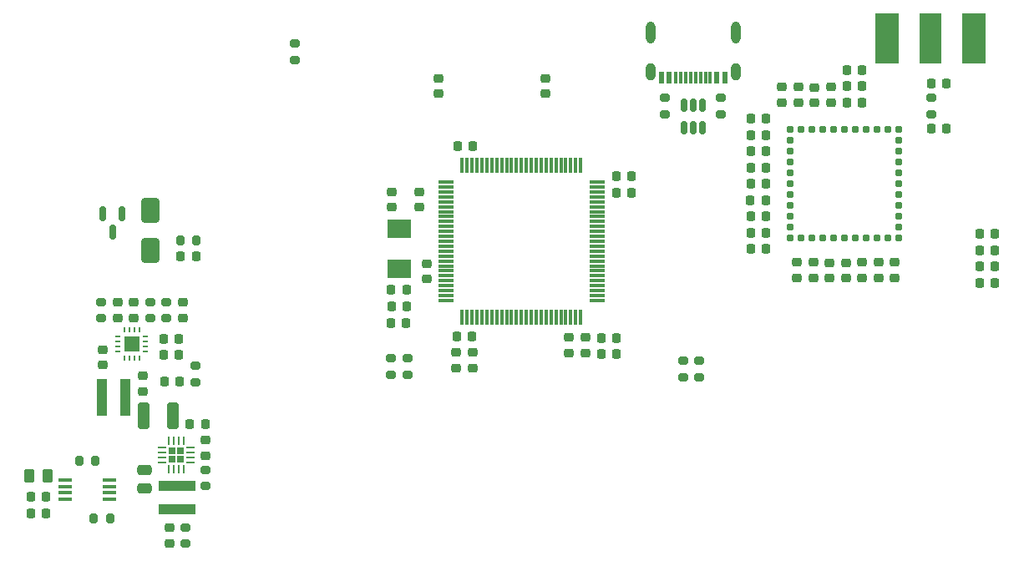
<source format=gbr>
%TF.GenerationSoftware,KiCad,Pcbnew,8.0.7*%
%TF.CreationDate,2025-03-26T21:54:53-04:00*%
%TF.ProjectId,RC-Car-Controller,52432d43-6172-42d4-936f-6e74726f6c6c,rev?*%
%TF.SameCoordinates,Original*%
%TF.FileFunction,Paste,Top*%
%TF.FilePolarity,Positive*%
%FSLAX46Y46*%
G04 Gerber Fmt 4.6, Leading zero omitted, Abs format (unit mm)*
G04 Created by KiCad (PCBNEW 8.0.7) date 2025-03-26 21:54:53*
%MOMM*%
%LPD*%
G01*
G04 APERTURE LIST*
G04 Aperture macros list*
%AMRoundRect*
0 Rectangle with rounded corners*
0 $1 Rounding radius*
0 $2 $3 $4 $5 $6 $7 $8 $9 X,Y pos of 4 corners*
0 Add a 4 corners polygon primitive as box body*
4,1,4,$2,$3,$4,$5,$6,$7,$8,$9,$2,$3,0*
0 Add four circle primitives for the rounded corners*
1,1,$1+$1,$2,$3*
1,1,$1+$1,$4,$5*
1,1,$1+$1,$6,$7*
1,1,$1+$1,$8,$9*
0 Add four rect primitives between the rounded corners*
20,1,$1+$1,$2,$3,$4,$5,0*
20,1,$1+$1,$4,$5,$6,$7,0*
20,1,$1+$1,$6,$7,$8,$9,0*
20,1,$1+$1,$8,$9,$2,$3,0*%
G04 Aperture macros list end*
%ADD10C,0.000000*%
%ADD11RoundRect,0.225000X0.225000X0.250000X-0.225000X0.250000X-0.225000X-0.250000X0.225000X-0.250000X0*%
%ADD12RoundRect,0.200000X0.275000X-0.200000X0.275000X0.200000X-0.275000X0.200000X-0.275000X-0.200000X0*%
%ADD13RoundRect,0.200000X-0.275000X0.200000X-0.275000X-0.200000X0.275000X-0.200000X0.275000X0.200000X0*%
%ADD14R,1.384300X0.457200*%
%ADD15RoundRect,0.225000X0.250000X-0.225000X0.250000X0.225000X-0.250000X0.225000X-0.250000X-0.225000X0*%
%ADD16RoundRect,0.225000X-0.225000X-0.250000X0.225000X-0.250000X0.225000X0.250000X-0.225000X0.250000X0*%
%ADD17RoundRect,0.218750X-0.256250X0.218750X-0.256250X-0.218750X0.256250X-0.218750X0.256250X0.218750X0*%
%ADD18RoundRect,0.075000X-0.725000X-0.075000X0.725000X-0.075000X0.725000X0.075000X-0.725000X0.075000X0*%
%ADD19RoundRect,0.075000X-0.075000X-0.725000X0.075000X-0.725000X0.075000X0.725000X-0.075000X0.725000X0*%
%ADD20R,0.599999X0.240000*%
%ADD21R,0.240000X0.599999*%
%ADD22RoundRect,0.250000X-0.475000X0.250000X-0.475000X-0.250000X0.475000X-0.250000X0.475000X0.250000X0*%
%ADD23RoundRect,0.200000X-0.200000X-0.275000X0.200000X-0.275000X0.200000X0.275000X-0.200000X0.275000X0*%
%ADD24RoundRect,0.225000X-0.250000X0.225000X-0.250000X-0.225000X0.250000X-0.225000X0.250000X0.225000X0*%
%ADD25RoundRect,0.150000X-0.150000X0.512500X-0.150000X-0.512500X0.150000X-0.512500X0.150000X0.512500X0*%
%ADD26RoundRect,0.150000X-0.150000X0.587500X-0.150000X-0.587500X0.150000X-0.587500X0.150000X0.587500X0*%
%ADD27RoundRect,0.182500X0.182500X-0.182500X0.182500X0.182500X-0.182500X0.182500X-0.182500X-0.182500X0*%
%ADD28RoundRect,0.062500X0.062500X-0.350000X0.062500X0.350000X-0.062500X0.350000X-0.062500X-0.350000X0*%
%ADD29RoundRect,0.062500X0.350000X-0.062500X0.350000X0.062500X-0.350000X0.062500X-0.350000X-0.062500X0*%
%ADD30RoundRect,0.175000X-0.175000X0.175000X-0.175000X-0.175000X0.175000X-0.175000X0.175000X0.175000X0*%
%ADD31RoundRect,0.175000X0.175000X0.175000X-0.175000X0.175000X-0.175000X-0.175000X0.175000X-0.175000X0*%
%ADD32RoundRect,0.175000X-0.175000X-0.175000X0.175000X-0.175000X0.175000X0.175000X-0.175000X0.175000X0*%
%ADD33RoundRect,0.175000X0.175000X-0.175000X0.175000X0.175000X-0.175000X0.175000X-0.175000X-0.175000X0*%
%ADD34R,2.290000X5.080000*%
%ADD35R,2.420000X5.080000*%
%ADD36R,0.980000X3.700000*%
%ADD37RoundRect,0.218750X0.218750X0.256250X-0.218750X0.256250X-0.218750X-0.256250X0.218750X-0.256250X0*%
%ADD38R,3.700000X0.980000*%
%ADD39RoundRect,0.250000X0.262500X0.450000X-0.262500X0.450000X-0.262500X-0.450000X0.262500X-0.450000X0*%
%ADD40R,2.400000X1.900000*%
%ADD41RoundRect,0.250000X-0.325000X-1.100000X0.325000X-1.100000X0.325000X1.100000X-0.325000X1.100000X0*%
%ADD42RoundRect,0.200000X0.200000X0.275000X-0.200000X0.275000X-0.200000X-0.275000X0.200000X-0.275000X0*%
%ADD43RoundRect,0.250000X0.650000X-1.000000X0.650000X1.000000X-0.650000X1.000000X-0.650000X-1.000000X0*%
%ADD44O,0.990600X2.209800*%
%ADD45O,0.990600X1.803400*%
%ADD46R,0.609600X1.143000*%
%ADD47R,0.304800X1.143000*%
G04 APERTURE END LIST*
D10*
%TO.C,U2*%
G36*
X111354573Y-75679894D02*
G01*
X111363298Y-75682541D01*
X111371337Y-75686836D01*
X111378383Y-75692619D01*
X111384167Y-75699665D01*
X111388462Y-75707704D01*
X111391109Y-75716429D01*
X111392003Y-75725500D01*
X111392003Y-77182499D01*
X111391109Y-77191570D01*
X111388462Y-77200295D01*
X111384167Y-77208334D01*
X111378383Y-77215380D01*
X111371337Y-77221163D01*
X111363298Y-77225458D01*
X111354573Y-77228105D01*
X111345503Y-77228999D01*
X109888503Y-77228999D01*
X109879433Y-77228105D01*
X109870708Y-77225458D01*
X109862669Y-77221163D01*
X109855623Y-77215380D01*
X109849839Y-77208334D01*
X109845544Y-77200295D01*
X109842897Y-77191570D01*
X109842003Y-77182499D01*
X109842003Y-75725500D01*
X109842897Y-75716429D01*
X109845544Y-75707704D01*
X109849839Y-75699665D01*
X109855623Y-75692619D01*
X109862669Y-75686836D01*
X109870708Y-75682541D01*
X109879433Y-75679894D01*
X109888503Y-75679000D01*
X111345503Y-75679000D01*
X111354573Y-75679894D01*
G37*
%TD*%
D11*
%TO.C,C22*%
X145107226Y-75691602D03*
X143557226Y-75691602D03*
%TD*%
D12*
%TO.C,R19*%
X136906000Y-79565000D03*
X136906000Y-77915000D03*
%TD*%
D13*
%TO.C,R9*%
X107524002Y-72200000D03*
X107524002Y-73850000D03*
%TD*%
D14*
%TO.C,U4*%
X108350550Y-92192499D03*
X108350550Y-91542501D03*
X108350550Y-90892499D03*
X108350550Y-90242501D03*
X103867450Y-90242501D03*
X103867450Y-90892499D03*
X103867450Y-91542501D03*
X103867450Y-92192499D03*
%TD*%
D15*
%TO.C,R10*%
X109175002Y-73800000D03*
X109175002Y-72250000D03*
%TD*%
D16*
%TO.C,C18*%
X143624000Y-56388000D03*
X145174000Y-56388000D03*
%TD*%
D17*
%TO.C,D4*%
X115779002Y-72237500D03*
X115779002Y-73812500D03*
%TD*%
D11*
%TO.C,R35*%
X198133000Y-70231000D03*
X196583000Y-70231000D03*
%TD*%
D16*
%TO.C,R16*%
X136893000Y-74295000D03*
X138443000Y-74295000D03*
%TD*%
D11*
%TO.C,R37*%
X198133000Y-66929000D03*
X196583000Y-66929000D03*
%TD*%
D18*
%TO.C,U5*%
X142439000Y-60040000D03*
X142439000Y-60540000D03*
X142439000Y-61040000D03*
X142439000Y-61540000D03*
X142439000Y-62040000D03*
X142439000Y-62540000D03*
X142439000Y-63040000D03*
X142439000Y-63540000D03*
X142439000Y-64040000D03*
X142439000Y-64540000D03*
X142439000Y-65040000D03*
X142439000Y-65540000D03*
X142439000Y-66040000D03*
X142439000Y-66540000D03*
X142439000Y-67040000D03*
X142439000Y-67540000D03*
X142439000Y-68040000D03*
X142439000Y-68540000D03*
X142439000Y-69040000D03*
X142439000Y-69540000D03*
X142439000Y-70040000D03*
X142439000Y-70540000D03*
X142439000Y-71040000D03*
X142439000Y-71540000D03*
X142439000Y-72040000D03*
D19*
X144114000Y-73715000D03*
X144614000Y-73715000D03*
X145114000Y-73715000D03*
X145614000Y-73715000D03*
X146114000Y-73715000D03*
X146614000Y-73715000D03*
X147114000Y-73715000D03*
X147614000Y-73715000D03*
X148114000Y-73715000D03*
X148614000Y-73715000D03*
X149114000Y-73715000D03*
X149614000Y-73715000D03*
X150114000Y-73715000D03*
X150614000Y-73715000D03*
X151114000Y-73715000D03*
X151614000Y-73715000D03*
X152114000Y-73715000D03*
X152614000Y-73715000D03*
X153114000Y-73715000D03*
X153614000Y-73715000D03*
X154114000Y-73715000D03*
X154614000Y-73715000D03*
X155114000Y-73715000D03*
X155614000Y-73715000D03*
X156114000Y-73715000D03*
D18*
X157789000Y-72040000D03*
X157789000Y-71540000D03*
X157789000Y-71040000D03*
X157789000Y-70540000D03*
X157789000Y-70040000D03*
X157789000Y-69540000D03*
X157789000Y-69040000D03*
X157789000Y-68540000D03*
X157789000Y-68040000D03*
X157789000Y-67540000D03*
X157789000Y-67040000D03*
X157789000Y-66540000D03*
X157789000Y-66040000D03*
X157789000Y-65540000D03*
X157789000Y-65040000D03*
X157789000Y-64540000D03*
X157789000Y-64040000D03*
X157789000Y-63540000D03*
X157789000Y-63040000D03*
X157789000Y-62540000D03*
X157789000Y-62040000D03*
X157789000Y-61540000D03*
X157789000Y-61040000D03*
X157789000Y-60540000D03*
X157789000Y-60040000D03*
D19*
X156114000Y-58365000D03*
X155614000Y-58365000D03*
X155114000Y-58365000D03*
X154614000Y-58365000D03*
X154114000Y-58365000D03*
X153614000Y-58365000D03*
X153114000Y-58365000D03*
X152614000Y-58365000D03*
X152114000Y-58365000D03*
X151614000Y-58365000D03*
X151114000Y-58365000D03*
X150614000Y-58365000D03*
X150114000Y-58365000D03*
X149614000Y-58365000D03*
X149114000Y-58365000D03*
X148614000Y-58365000D03*
X148114000Y-58365000D03*
X147614000Y-58365000D03*
X147114000Y-58365000D03*
X146614000Y-58365000D03*
X146114000Y-58365000D03*
X145614000Y-58365000D03*
X145114000Y-58365000D03*
X144614000Y-58365000D03*
X144114000Y-58365000D03*
%TD*%
D12*
%TO.C,R6*%
X117094000Y-80327000D03*
X117094000Y-78677000D03*
%TD*%
D16*
%TO.C,C10*%
X100381000Y-93630500D03*
X101931000Y-93630500D03*
%TD*%
D15*
%TO.C,R30*%
X176530000Y-51943000D03*
X176530000Y-50393000D03*
%TD*%
D16*
%TO.C,C16*%
X159753000Y-61087000D03*
X161303000Y-61087000D03*
%TD*%
D15*
%TO.C,C6*%
X118110000Y-87757000D03*
X118110000Y-86207000D03*
%TD*%
D20*
%TO.C,U2*%
X112017003Y-77204001D03*
X112017003Y-76704002D03*
X112017003Y-76204000D03*
X112017003Y-75704001D03*
D21*
X111367001Y-75054000D03*
X110867003Y-75054000D03*
X110367001Y-75054000D03*
X109867002Y-75054000D03*
D20*
X109217003Y-75704001D03*
X109217003Y-76204000D03*
X109217003Y-76704002D03*
X109217003Y-77204001D03*
D21*
X109867002Y-77853999D03*
X110367001Y-77853999D03*
X110867003Y-77853999D03*
X111367001Y-77853999D03*
%TD*%
D22*
%TO.C,C8*%
X111887000Y-89220000D03*
X111887000Y-91120000D03*
%TD*%
D12*
%TO.C,R4*%
X170307000Y-53149000D03*
X170307000Y-51499000D03*
%TD*%
D23*
%TO.C,R14*%
X105284000Y-88296500D03*
X106934000Y-88296500D03*
%TD*%
D11*
%TO.C,R39*%
X198133000Y-68580000D03*
X196583000Y-68580000D03*
%TD*%
D24*
%TO.C,R43*%
X181356000Y-68199000D03*
X181356000Y-69749000D03*
%TD*%
%TO.C,R28*%
X186309000Y-68186000D03*
X186309000Y-69736000D03*
%TD*%
D13*
%TO.C,R11*%
X118110000Y-89218000D03*
X118110000Y-90868000D03*
%TD*%
D25*
%TO.C,U1*%
X168463000Y-52257500D03*
X167513000Y-52257500D03*
X166563000Y-52257500D03*
X166563000Y-54532500D03*
X167513000Y-54532500D03*
X168463000Y-54532500D03*
%TD*%
D11*
%TO.C,R27*%
X174905000Y-60198000D03*
X173355000Y-60198000D03*
%TD*%
%TO.C,R32*%
X174905000Y-58547000D03*
X173355000Y-58547000D03*
%TD*%
D13*
%TO.C,R2*%
X116078000Y-95060000D03*
X116078000Y-96710000D03*
%TD*%
D26*
%TO.C,Q1*%
X109601000Y-63246000D03*
X107701000Y-63246000D03*
X108651000Y-65121000D03*
%TD*%
D27*
%TO.C,U3*%
X114703500Y-88126800D03*
X115543500Y-88126800D03*
X114703500Y-87286800D03*
X115543500Y-87286800D03*
D28*
X114373500Y-89169300D03*
X114873500Y-89169300D03*
X115373500Y-89169300D03*
X115873500Y-89169300D03*
D29*
X116586000Y-88456800D03*
X116586000Y-87956800D03*
X116586000Y-87456800D03*
X116586000Y-86956800D03*
D28*
X115873500Y-86244300D03*
X115373500Y-86244300D03*
X114873500Y-86244300D03*
X114373500Y-86244300D03*
D29*
X113661000Y-86956800D03*
X113661000Y-87456800D03*
X113661000Y-87956800D03*
X113661000Y-88456800D03*
%TD*%
D11*
%TO.C,C31*%
X159766000Y-77470000D03*
X158216000Y-77470000D03*
%TD*%
D24*
%TO.C,C15*%
X154940000Y-75806000D03*
X154940000Y-77356000D03*
%TD*%
D15*
%TO.C,R29*%
X181483000Y-51956000D03*
X181483000Y-50406000D03*
%TD*%
D30*
%TO.C,U6*%
X188341000Y-54698000D03*
D31*
X187241000Y-54698000D03*
X186141000Y-54698000D03*
X185041000Y-54698000D03*
X183941000Y-54698000D03*
X182841000Y-54698000D03*
X181741000Y-54698000D03*
D30*
X180641000Y-54698000D03*
X179541000Y-54698000D03*
X178441000Y-54698000D03*
X177341000Y-54698000D03*
X177341000Y-55798000D03*
X177341000Y-56898000D03*
X177341000Y-57998000D03*
X177341000Y-59098000D03*
X177341000Y-60198000D03*
X177341000Y-61298000D03*
D32*
X177341000Y-62398000D03*
X177341000Y-63498000D03*
X177341000Y-64598000D03*
X177341000Y-65698000D03*
X178441000Y-65698000D03*
X179541000Y-65698000D03*
X180641000Y-65698000D03*
X181741000Y-65698000D03*
X182841000Y-65698000D03*
X183941000Y-65698000D03*
D33*
X185041000Y-65698000D03*
X186141000Y-65698000D03*
X187241000Y-65698000D03*
X188341000Y-65698000D03*
X188341000Y-64598000D03*
X188341000Y-63498000D03*
X188341000Y-62398000D03*
X188341000Y-61298000D03*
X188341000Y-60198000D03*
X188341000Y-59098000D03*
D31*
X188341000Y-57998000D03*
X188341000Y-56898000D03*
X188341000Y-55798000D03*
%TD*%
D11*
%TO.C,R26*%
X174905000Y-56896000D03*
X173355000Y-56896000D03*
%TD*%
D12*
%TO.C,R5*%
X164655000Y-53149000D03*
X164655000Y-51499000D03*
%TD*%
D15*
%TO.C,C20*%
X139755000Y-62608000D03*
X139755000Y-61058000D03*
%TD*%
D11*
%TO.C,R36*%
X198133000Y-65278000D03*
X196583000Y-65278000D03*
%TD*%
D24*
%TO.C,R17*%
X141732000Y-49517000D03*
X141732000Y-51067000D03*
%TD*%
D11*
%TO.C,R40*%
X174892000Y-66802000D03*
X173342000Y-66802000D03*
%TD*%
D16*
%TO.C,C17*%
X159753000Y-59436000D03*
X161303000Y-59436000D03*
%TD*%
D11*
%TO.C,C11*%
X101931000Y-91979500D03*
X100381000Y-91979500D03*
%TD*%
D24*
%TO.C,C19*%
X156591000Y-75806000D03*
X156591000Y-77356000D03*
%TD*%
D23*
%TO.C,R13*%
X106744000Y-94107000D03*
X108394000Y-94107000D03*
%TD*%
D11*
%TO.C,C14*%
X138464000Y-70974000D03*
X136914000Y-70974000D03*
%TD*%
%TO.C,C2*%
X115456000Y-80264000D03*
X113906000Y-80264000D03*
%TD*%
%TO.C,R25*%
X174905000Y-53594000D03*
X173355000Y-53594000D03*
%TD*%
D24*
%TO.C,R44*%
X179705000Y-68186000D03*
X179705000Y-69736000D03*
%TD*%
D13*
%TO.C,R7*%
X112477002Y-72200000D03*
X112477002Y-73850000D03*
%TD*%
D11*
%TO.C,C23*%
X174879000Y-61849000D03*
X173329000Y-61849000D03*
%TD*%
D17*
%TO.C,D2*%
X114427000Y-95097500D03*
X114427000Y-96672500D03*
%TD*%
D12*
%TO.C,R22*%
X168148000Y-79819000D03*
X168148000Y-78169000D03*
%TD*%
D16*
%TO.C,C26*%
X191630000Y-54610000D03*
X193180000Y-54610000D03*
%TD*%
D34*
%TO.C,J5*%
X191578000Y-45466000D03*
D35*
X195958000Y-45466000D03*
X187198000Y-45466000D03*
%TD*%
D16*
%TO.C,C1*%
X113861002Y-77551998D03*
X115411002Y-77551998D03*
%TD*%
D12*
%TO.C,R3*%
X127127000Y-47625000D03*
X127127000Y-45975000D03*
%TD*%
D36*
%TO.C,L2*%
X109937002Y-81869998D03*
X107567002Y-81869998D03*
%TD*%
D15*
%TO.C,R23*%
X179832000Y-51969000D03*
X179832000Y-50419000D03*
%TD*%
D37*
%TO.C,D1*%
X117119500Y-67564000D03*
X115544500Y-67564000D03*
%TD*%
D13*
%TO.C,R38*%
X191643000Y-51499000D03*
X191643000Y-53149000D03*
%TD*%
D16*
%TO.C,C28*%
X191630000Y-50038000D03*
X193180000Y-50038000D03*
%TD*%
D11*
%TO.C,R31*%
X174905000Y-55245000D03*
X173355000Y-55245000D03*
%TD*%
D13*
%TO.C,R8*%
X114128002Y-72200000D03*
X114128002Y-73850000D03*
%TD*%
D11*
%TO.C,C3*%
X115411002Y-75946000D03*
X113861002Y-75946000D03*
%TD*%
D15*
%TO.C,C9*%
X107651002Y-78580998D03*
X107651002Y-77030998D03*
%TD*%
D24*
%TO.C,R12*%
X110826002Y-72250000D03*
X110826002Y-73800000D03*
%TD*%
D11*
%TO.C,C27*%
X184671000Y-51943000D03*
X183121000Y-51943000D03*
%TD*%
%TO.C,C24*%
X174892000Y-63500000D03*
X173342000Y-63500000D03*
%TD*%
%TO.C,R47*%
X159766000Y-75819000D03*
X158216000Y-75819000D03*
%TD*%
D38*
%TO.C,L1*%
X115189000Y-90805000D03*
X115189000Y-93175000D03*
%TD*%
D11*
%TO.C,R41*%
X174892000Y-65151000D03*
X173342000Y-65151000D03*
%TD*%
D24*
%TO.C,R33*%
X187960000Y-68186000D03*
X187960000Y-69736000D03*
%TD*%
D11*
%TO.C,C5*%
X118069900Y-84582000D03*
X116519900Y-84582000D03*
%TD*%
D15*
%TO.C,R46*%
X145161000Y-78880000D03*
X145161000Y-77330000D03*
%TD*%
D12*
%TO.C,R20*%
X138557000Y-79565000D03*
X138557000Y-77915000D03*
%TD*%
D11*
%TO.C,C13*%
X138477000Y-72625000D03*
X136927000Y-72625000D03*
%TD*%
%TO.C,C29*%
X184671000Y-50292000D03*
X183121000Y-50292000D03*
%TD*%
D24*
%TO.C,R34*%
X184658000Y-68186000D03*
X184658000Y-69736000D03*
%TD*%
D39*
%TO.C,R15*%
X102068500Y-89820500D03*
X100243500Y-89820500D03*
%TD*%
D40*
%TO.C,Y1*%
X137702000Y-68833000D03*
X137702000Y-64733000D03*
%TD*%
D24*
%TO.C,C25*%
X178054000Y-68186000D03*
X178054000Y-69736000D03*
%TD*%
%TO.C,R18*%
X152527000Y-49504000D03*
X152527000Y-51054000D03*
%TD*%
D12*
%TO.C,R21*%
X166527000Y-79819000D03*
X166527000Y-78169000D03*
%TD*%
D15*
%TO.C,C12*%
X136961000Y-62592000D03*
X136961000Y-61042000D03*
%TD*%
D41*
%TO.C,C4*%
X111858000Y-83769200D03*
X114808000Y-83769200D03*
%TD*%
D15*
%TO.C,C21*%
X140517000Y-69847000D03*
X140517000Y-68297000D03*
%TD*%
D42*
%TO.C,R1*%
X117157000Y-65913000D03*
X115507000Y-65913000D03*
%TD*%
D15*
%TO.C,C7*%
X111715002Y-81260998D03*
X111715002Y-79710998D03*
%TD*%
%TO.C,C30*%
X143510000Y-78867000D03*
X143510000Y-77317000D03*
%TD*%
%TO.C,R24*%
X178181000Y-51956000D03*
X178181000Y-50406000D03*
%TD*%
D43*
%TO.C,D5*%
X112522000Y-66929000D03*
X112522000Y-62929000D03*
%TD*%
D16*
%TO.C,FB1*%
X183121000Y-48641000D03*
X184671000Y-48641000D03*
%TD*%
D24*
%TO.C,R42*%
X183007000Y-68199000D03*
X183007000Y-69749000D03*
%TD*%
D44*
%TO.C,J2*%
X171833000Y-44829199D03*
X163193000Y-44829199D03*
D45*
X171833000Y-48829200D03*
X163193000Y-48829200D03*
D46*
X170713001Y-49404199D03*
X169913000Y-49404199D03*
D47*
X168763000Y-49404199D03*
X167763000Y-49404199D03*
X167263000Y-49404199D03*
X166263000Y-49404199D03*
D46*
X164313001Y-49404199D03*
X165113000Y-49404199D03*
D47*
X165762940Y-49404199D03*
X166762941Y-49404199D03*
X168262940Y-49404199D03*
X169262941Y-49404199D03*
%TD*%
M02*

</source>
